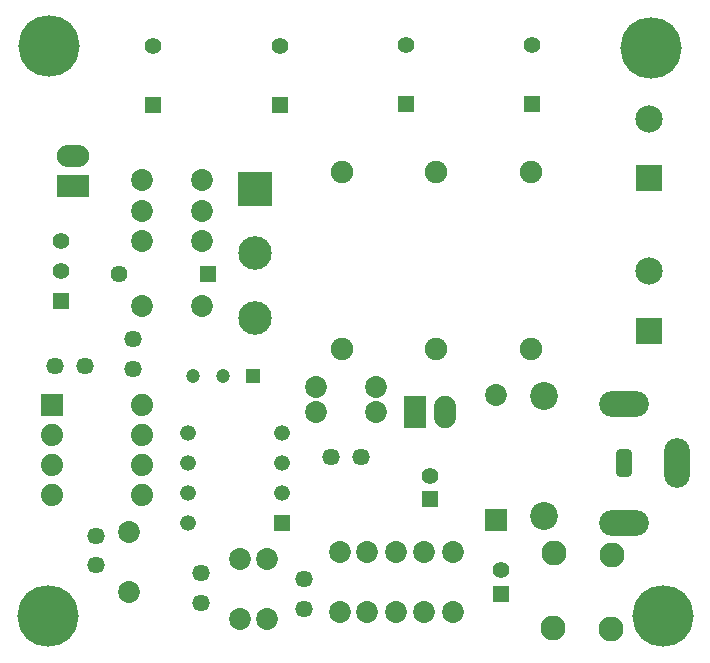
<source format=gts>
G04*
G04 #@! TF.GenerationSoftware,Altium Limited,Altium Designer,21.0.8 (223)*
G04*
G04 Layer_Color=8388736*
%FSTAX24Y24*%
%MOIN*%
G70*
G04*
G04 #@! TF.SameCoordinates,67FEE026-561A-4E2F-A948-FBB6D6F09F3B*
G04*
G04*
G04 #@! TF.FilePolarity,Negative*
G04*
G01*
G75*
%ADD17C,0.0907*%
%ADD18R,0.0907X0.0907*%
%ADD19C,0.0556*%
%ADD20R,0.0556X0.0556*%
%ADD21C,0.0740*%
%ADD22R,0.0740X0.0740*%
%ADD23C,0.0730*%
%ADD24C,0.2049*%
%ADD25O,0.1080X0.0730*%
%ADD26R,0.1080X0.0730*%
%ADD27C,0.0575*%
%ADD28C,0.0560*%
%ADD29R,0.0560X0.0560*%
%ADD30C,0.0525*%
%ADD31R,0.0525X0.0525*%
%ADD32C,0.0830*%
%ADD33O,0.0730X0.1080*%
%ADD34R,0.0730X0.1080*%
%ADD35R,0.0730X0.0730*%
%ADD36C,0.0730*%
G04:AMPARAMS|DCode=37|XSize=55.2mil|YSize=94.6mil|CornerRadius=15.8mil|HoleSize=0mil|Usage=FLASHONLY|Rotation=180.000|XOffset=0mil|YOffset=0mil|HoleType=Round|Shape=RoundedRectangle|*
%AMROUNDEDRECTD37*
21,1,0.0552,0.0630,0,0,180.0*
21,1,0.0236,0.0946,0,0,180.0*
1,1,0.0316,-0.0118,0.0315*
1,1,0.0316,0.0118,0.0315*
1,1,0.0316,0.0118,-0.0315*
1,1,0.0316,-0.0118,-0.0315*
%
%ADD37ROUNDEDRECTD37*%
%ADD38O,0.1655X0.0867*%
%ADD39O,0.0867X0.1655*%
%ADD40R,0.0567X0.0567*%
%ADD41C,0.0567*%
%ADD42C,0.0749*%
%ADD43C,0.1119*%
%ADD44R,0.1119X0.1119*%
%ADD45C,0.0474*%
%ADD46R,0.0474X0.0474*%
%ADD47R,0.0552X0.0552*%
%ADD48C,0.0552*%
%ADD49C,0.0930*%
D17*
X0681Y027819D02*
D03*
Y02275D02*
D03*
D18*
Y02585D02*
D03*
Y020782D02*
D03*
D19*
X06315Y0128D02*
D03*
X0608Y015937D02*
D03*
D20*
X06315Y012013D02*
D03*
X0608Y01515D02*
D03*
D21*
X0512Y0183D02*
D03*
Y0173D02*
D03*
Y0163D02*
D03*
Y0153D02*
D03*
X0482D02*
D03*
Y0163D02*
D03*
Y0173D02*
D03*
D22*
Y0183D02*
D03*
D23*
X0512Y0258D02*
D03*
X0532D02*
D03*
X0512Y02475D02*
D03*
X0532D02*
D03*
Y02375D02*
D03*
X0512D02*
D03*
X05075Y01205D02*
D03*
Y01405D02*
D03*
X05445Y01315D02*
D03*
Y01115D02*
D03*
X05535Y01315D02*
D03*
Y01115D02*
D03*
X057Y01805D02*
D03*
X059D02*
D03*
X0578Y0114D02*
D03*
Y0134D02*
D03*
X0587Y0114D02*
D03*
Y0134D02*
D03*
X05965D02*
D03*
Y0114D02*
D03*
X0606Y0134D02*
D03*
Y0114D02*
D03*
X06155D02*
D03*
Y0134D02*
D03*
X059Y0189D02*
D03*
X057D02*
D03*
X0512Y0216D02*
D03*
X0532D02*
D03*
D24*
X0481Y03025D02*
D03*
X06815Y0302D02*
D03*
X06855Y01125D02*
D03*
X04805D02*
D03*
D25*
X0489Y0266D02*
D03*
D26*
Y0256D02*
D03*
D27*
X0509Y020492D02*
D03*
Y019508D02*
D03*
X048308Y0196D02*
D03*
X049292D02*
D03*
X04965Y013942D02*
D03*
Y012958D02*
D03*
X05315Y012692D02*
D03*
Y011708D02*
D03*
X057508Y01655D02*
D03*
X058492D02*
D03*
X0566Y012492D02*
D03*
Y011508D02*
D03*
D28*
X0485Y02375D02*
D03*
Y02275D02*
D03*
D29*
Y02175D02*
D03*
D30*
X052737Y01435D02*
D03*
Y01535D02*
D03*
Y01635D02*
D03*
Y01735D02*
D03*
X055863D02*
D03*
Y01635D02*
D03*
Y01535D02*
D03*
D31*
Y01435D02*
D03*
D32*
X06494Y01336D02*
D03*
X06682Y01082D02*
D03*
X0649Y01085D02*
D03*
X06685Y0133D02*
D03*
D33*
X0613Y01805D02*
D03*
D34*
X0603D02*
D03*
D35*
X063Y014463D02*
D03*
D36*
Y018637D02*
D03*
D37*
X067257Y01635D02*
D03*
D38*
Y014382D02*
D03*
Y018319D02*
D03*
D39*
X069029Y01635D02*
D03*
D40*
X053384Y02265D02*
D03*
D41*
X050416D02*
D03*
D42*
X06415Y026056D02*
D03*
Y02015D02*
D03*
X061Y026056D02*
D03*
Y02015D02*
D03*
X05785Y026056D02*
D03*
Y02015D02*
D03*
D43*
X05495Y021204D02*
D03*
Y02335D02*
D03*
D44*
Y025496D02*
D03*
D45*
X0539Y01925D02*
D03*
X0529D02*
D03*
D46*
X0549D02*
D03*
D47*
X05155Y0283D02*
D03*
X0558D02*
D03*
X06Y028316D02*
D03*
X0642D02*
D03*
D48*
X05155Y030268D02*
D03*
X0558D02*
D03*
X06Y030284D02*
D03*
X0642D02*
D03*
D49*
X0646Y0146D02*
D03*
Y0186D02*
D03*
M02*

</source>
